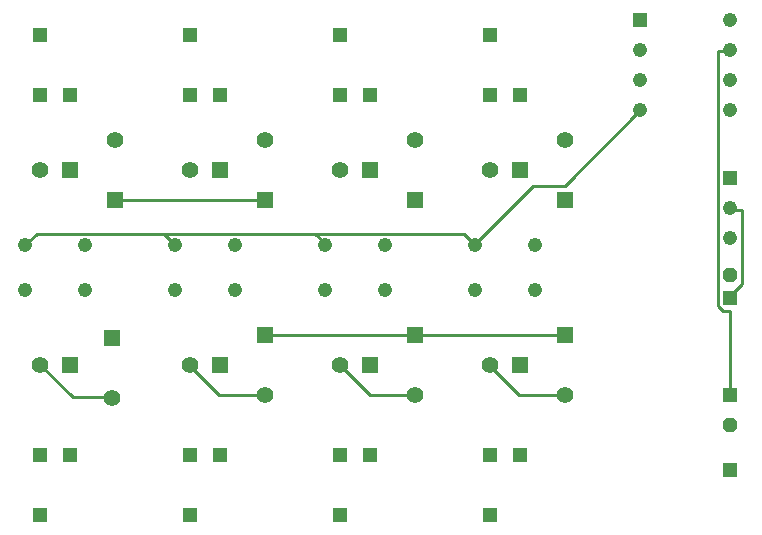
<source format=gbl>
G75*
G70*
%OFA0B0*%
%FSLAX24Y24*%
%IPPOS*%
%LPD*%
%AMOC8*
5,1,8,0,0,1.08239X$1,22.5*
%
%ADD10C,0.0476*%
%ADD11R,0.0476X0.0476*%
%ADD12C,0.0554*%
%ADD13R,0.0554X0.0554*%
%ADD14OC8,0.0476*%
%ADD15C,0.0100*%
D10*
X001801Y009501D03*
X001801Y011001D03*
X003801Y011001D03*
X003801Y009501D03*
X006801Y009501D03*
X006801Y011001D03*
X008801Y011001D03*
X008801Y009501D03*
X011801Y009501D03*
X011801Y011001D03*
X013801Y011001D03*
X013801Y009501D03*
X016801Y009501D03*
X016801Y011001D03*
X018801Y011001D03*
X018801Y009501D03*
X025301Y011251D03*
X025301Y012251D03*
X025301Y015501D03*
X025301Y016501D03*
X025301Y017501D03*
X025301Y018501D03*
X022301Y017501D03*
X022301Y016501D03*
X022301Y015501D03*
D11*
X002301Y002001D03*
X002301Y004001D03*
X003301Y004001D03*
X007301Y004001D03*
X008301Y004001D03*
X007301Y002001D03*
X012301Y002001D03*
X012301Y004001D03*
X013301Y004001D03*
X017301Y004001D03*
X018301Y004001D03*
X017301Y002001D03*
X025301Y003501D03*
X025301Y006001D03*
X025301Y009251D03*
X025301Y013251D03*
X022301Y018501D03*
X018301Y016001D03*
X017301Y016001D03*
X017301Y018001D03*
X013301Y016001D03*
X012301Y016001D03*
X012301Y018001D03*
X008301Y016001D03*
X007301Y016001D03*
X007301Y018001D03*
X003301Y016001D03*
X002301Y016001D03*
X002301Y018001D03*
D12*
X004801Y014501D03*
X007301Y013501D03*
X009801Y014501D03*
X012301Y013501D03*
X014801Y014501D03*
X017301Y013501D03*
X019801Y014501D03*
X017301Y007001D03*
X019801Y006001D03*
X014801Y006001D03*
X012301Y007001D03*
X009801Y006001D03*
X007301Y007001D03*
X004701Y005901D03*
X002301Y007001D03*
X002301Y013501D03*
D13*
X003301Y013501D03*
X004801Y012501D03*
X008301Y013501D03*
X009801Y012501D03*
X013301Y013501D03*
X014801Y012501D03*
X018301Y013501D03*
X019801Y012501D03*
X019801Y008001D03*
X018301Y007001D03*
X014801Y008001D03*
X013301Y007001D03*
X009801Y008001D03*
X008301Y007001D03*
X004701Y007901D03*
X003301Y007001D03*
D14*
X025301Y005001D03*
X025301Y010001D03*
D15*
X025701Y009701D02*
X025701Y012181D01*
X025301Y012181D01*
X025301Y012251D01*
X025701Y009701D02*
X025301Y009301D01*
X025301Y009251D01*
X025301Y008821D02*
X025061Y008821D01*
X024901Y008981D01*
X024901Y017461D01*
X025301Y017461D01*
X025301Y017501D01*
X022301Y015501D02*
X019781Y012981D01*
X018741Y012981D01*
X016821Y011061D01*
X016801Y011001D01*
X016421Y011381D01*
X011461Y011381D01*
X006421Y011381D01*
X006801Y011001D01*
X006421Y011381D02*
X002181Y011381D01*
X001801Y011001D01*
X004801Y012501D02*
X009801Y012501D01*
X011461Y011381D02*
X011781Y011061D01*
X011801Y011001D01*
X009861Y008021D02*
X009801Y008001D01*
X009861Y008021D02*
X014741Y008021D01*
X014801Y008001D01*
X014821Y008021D01*
X019781Y008021D01*
X019801Y008001D01*
X019781Y006021D02*
X018261Y006021D01*
X017301Y006981D01*
X017301Y007001D01*
X019781Y006021D02*
X019801Y006001D01*
X014801Y006001D02*
X014741Y006021D01*
X013301Y006021D01*
X012341Y006981D01*
X012301Y007001D01*
X009801Y006001D02*
X009781Y006021D01*
X008261Y006021D01*
X007301Y006981D01*
X007301Y007001D01*
X004701Y005901D02*
X004661Y005941D01*
X003381Y005941D01*
X002341Y006981D01*
X002301Y007001D01*
X025301Y006001D02*
X025301Y008821D01*
M02*

</source>
